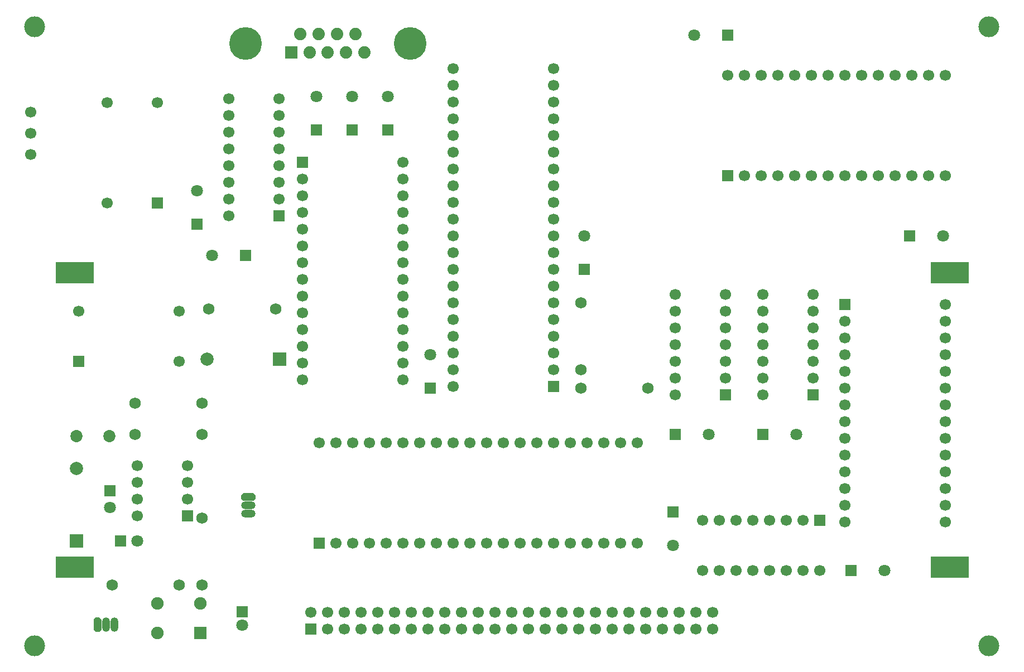
<source format=gbr>
G04 DipTrace 2.4.0.2*
%INTopMask.gbr*%
%MOIN*%
%ADD22R,0.0709X0.0709*%
%ADD23C,0.0709*%
%ADD33R,0.0669X0.0669*%
%ADD34C,0.0669*%
%ADD39C,0.125*%
%ADD50O,0.0867X0.0474*%
%ADD52O,0.0474X0.0867*%
%ADD54C,0.0749*%
%ADD55R,0.0749X0.0749*%
%ADD56C,0.068*%
%ADD58C,0.068*%
%ADD60C,0.073*%
%ADD62C,0.1954*%
%ADD64C,0.0745*%
%ADD66R,0.0745X0.0745*%
%ADD71C,0.0789*%
%ADD72R,0.0789X0.0789*%
%ADD74C,0.071*%
%ADD76R,0.2285X0.1261*%
%FSLAX44Y44*%
G04*
G70*
G90*
G75*
G01*
%LNTopMask*%
%LPD*%
D76*
X7815Y27739D3*
Y10141D3*
X60082D3*
Y27739D3*
D74*
X9940Y13690D3*
D22*
Y14690D3*
D74*
X43565Y11440D3*
D22*
Y13440D3*
D74*
X11565Y11690D3*
D22*
X10565D3*
D74*
X44815Y41940D3*
D22*
X46815D3*
D74*
X29065Y22815D3*
D22*
Y20815D3*
D74*
X38253Y29940D3*
D22*
Y27940D3*
D74*
X22259Y38256D3*
D22*
Y36256D3*
D74*
X15134Y32631D3*
D22*
Y30631D3*
D74*
X45690Y18065D3*
D22*
X43690D3*
D74*
X59690Y29940D3*
D22*
X57690D3*
D74*
X24384Y38256D3*
D22*
Y36256D3*
D74*
X16009Y28756D3*
D22*
X18009D3*
D74*
X26509Y38256D3*
D22*
Y36256D3*
D74*
X50940Y18065D3*
D22*
X48940D3*
D74*
X56190Y9940D3*
D22*
X54190D3*
D72*
X20065Y22565D3*
D71*
X15715D3*
D72*
X7940Y11690D3*
D71*
Y16040D3*
D33*
X22440Y11565D3*
D34*
X23440D3*
X24440D3*
X25440D3*
X26440D3*
X27440D3*
X28440D3*
X29440D3*
X30440D3*
X31440D3*
X32440D3*
X33440D3*
X34440D3*
X35440D3*
X36440D3*
X37440D3*
X38440D3*
X39440D3*
X40440D3*
X41440D3*
Y17565D3*
X40440D3*
X39440D3*
X38440D3*
X37440D3*
X36440D3*
X35440D3*
X34440D3*
X33440D3*
X32440D3*
X31440D3*
X30440D3*
X29440D3*
X28440D3*
X27440D3*
X26440D3*
X25440D3*
X24440D3*
X23440D3*
X22440D3*
D33*
X21440Y34315D3*
D34*
Y33315D3*
Y32315D3*
Y31315D3*
Y30315D3*
Y29315D3*
Y28315D3*
Y27315D3*
Y26315D3*
Y25315D3*
Y24315D3*
Y23315D3*
Y22315D3*
Y21315D3*
X27424D3*
Y22315D3*
Y23315D3*
Y24315D3*
Y25315D3*
Y26315D3*
Y27315D3*
Y28315D3*
Y29315D3*
Y30315D3*
Y31315D3*
Y32315D3*
Y33315D3*
Y34315D3*
D33*
X46840Y33540D3*
D34*
X47840D3*
X48840D3*
X49840D3*
X50840D3*
X51840D3*
X52840D3*
X53840D3*
X54840D3*
X55840D3*
X56840D3*
X57840D3*
X58840D3*
X59840D3*
Y39540D3*
X58840D3*
X57840D3*
X56840D3*
X55840D3*
X54840D3*
X53840D3*
X52840D3*
X51840D3*
X50840D3*
X49840D3*
X48840D3*
X47840D3*
X46840D3*
D33*
X36440Y20940D3*
D34*
Y21940D3*
Y22940D3*
Y23940D3*
Y24940D3*
Y25940D3*
Y26940D3*
Y27940D3*
Y28940D3*
Y29940D3*
Y30940D3*
Y31940D3*
Y32940D3*
Y33940D3*
Y34940D3*
Y35940D3*
Y36940D3*
Y37940D3*
Y38940D3*
Y39940D3*
X30440D3*
Y38940D3*
Y37940D3*
Y36940D3*
Y35940D3*
Y34940D3*
Y33940D3*
Y32940D3*
Y31940D3*
Y30940D3*
Y29940D3*
Y28940D3*
Y27940D3*
Y26940D3*
Y25940D3*
Y24940D3*
Y23940D3*
Y22940D3*
Y21940D3*
Y20940D3*
D33*
X53810Y25815D3*
D34*
Y24815D3*
Y23815D3*
Y22815D3*
Y21815D3*
Y20815D3*
Y19815D3*
Y18815D3*
Y17815D3*
Y16815D3*
Y15815D3*
Y14815D3*
Y13815D3*
Y12815D3*
X59810D3*
Y13815D3*
Y14815D3*
Y15815D3*
Y16815D3*
Y17815D3*
Y18815D3*
Y19815D3*
Y20815D3*
Y21815D3*
Y22815D3*
Y23815D3*
Y24815D3*
Y25815D3*
D33*
X20009Y31131D3*
D34*
Y32131D3*
Y33131D3*
Y34131D3*
Y35131D3*
Y36131D3*
Y37131D3*
Y38131D3*
X17009D3*
Y37131D3*
Y36131D3*
Y35131D3*
Y34131D3*
Y33131D3*
Y32131D3*
Y31131D3*
D33*
X21940Y6440D3*
D34*
Y7440D3*
X22940Y6440D3*
Y7440D3*
X23940Y6440D3*
Y7440D3*
X24940Y6440D3*
Y7440D3*
X25940Y6440D3*
Y7440D3*
X26940Y6440D3*
Y7440D3*
X27940Y6440D3*
Y7440D3*
X28940Y6440D3*
Y7440D3*
X29940Y6440D3*
Y7440D3*
X30940Y6440D3*
Y7440D3*
X31940Y6440D3*
Y7440D3*
X32940Y6440D3*
Y7440D3*
X33940Y6440D3*
Y7440D3*
X34940Y6440D3*
Y7440D3*
X35940Y6440D3*
Y7440D3*
X36940Y6440D3*
Y7440D3*
X37940Y6440D3*
Y7440D3*
X38940Y6440D3*
Y7440D3*
X39940Y6440D3*
Y7440D3*
X40940Y6440D3*
Y7440D3*
X41940Y6440D3*
Y7440D3*
X42940Y6440D3*
Y7440D3*
X43940Y6440D3*
Y7440D3*
X44940Y6440D3*
Y7440D3*
X45940Y6440D3*
Y7440D3*
D22*
X17810Y7459D3*
D23*
Y6671D3*
D66*
X20759Y40881D3*
D64*
X21849D3*
X22940D3*
X24031D3*
X25121D3*
X21304Y41999D3*
X22395D3*
X23485D3*
X24576D3*
D62*
X18021Y41440D3*
X27859D3*
D60*
X7936Y17945D3*
X9904D3*
D58*
X15815Y25565D3*
D56*
X19815D3*
D58*
X11440Y19940D3*
D56*
X15440D3*
D58*
X42065Y20815D3*
D56*
X38065D3*
D58*
Y21940D3*
D56*
Y25940D3*
D58*
X10065Y9065D3*
D56*
X14065D3*
D58*
X11440Y18065D3*
D56*
X15440D3*
D55*
X15320Y6179D3*
D54*
Y7951D3*
X12760D3*
Y6179D3*
D34*
X5190Y37325D3*
Y36065D3*
Y34805D3*
G36*
X8953Y6383D2*
X9075Y6261D1*
X9305D1*
X9427Y6383D1*
Y7007D1*
X9305Y7129D1*
X9075D1*
X8953Y7007D1*
Y6383D1*
G37*
D52*
X9690Y6695D3*
X10190D3*
D33*
X52315Y12940D3*
D34*
X51315D3*
X50315D3*
X49315D3*
X48315D3*
X47315D3*
X46315D3*
X45315D3*
Y9940D3*
X46315D3*
X47315D3*
X48315D3*
X49315D3*
X50315D3*
X51315D3*
X52315D3*
D33*
X51940Y20440D3*
D34*
Y21440D3*
Y22440D3*
Y23440D3*
Y24440D3*
Y25440D3*
Y26440D3*
X48940D3*
Y25440D3*
Y24440D3*
Y23440D3*
Y22440D3*
Y21440D3*
Y20440D3*
D33*
X46690D3*
D34*
Y21440D3*
Y22440D3*
Y23440D3*
Y24440D3*
Y25440D3*
Y26440D3*
X43690D3*
Y25440D3*
Y24440D3*
Y23440D3*
Y22440D3*
Y21440D3*
Y20440D3*
D33*
X14570Y13195D3*
D34*
Y14195D3*
Y15195D3*
Y16195D3*
X11570D3*
Y15195D3*
Y14195D3*
Y13195D3*
D33*
X12759Y31881D3*
D34*
Y37881D3*
X9759D3*
Y31881D3*
D33*
X8065Y22440D3*
D34*
X14065D3*
Y25440D3*
X8065D3*
G36*
X17878Y14552D2*
X17756Y14430D1*
Y14200D1*
X17878Y14078D1*
X18502D1*
X18624Y14200D1*
Y14430D1*
X18502Y14552D1*
X17878D1*
G37*
D50*
X18190Y13815D3*
Y13315D3*
D58*
X15440Y9070D3*
D56*
Y13070D3*
D39*
X5440Y42440D3*
Y5440D3*
X62440D3*
Y42440D3*
M02*

</source>
